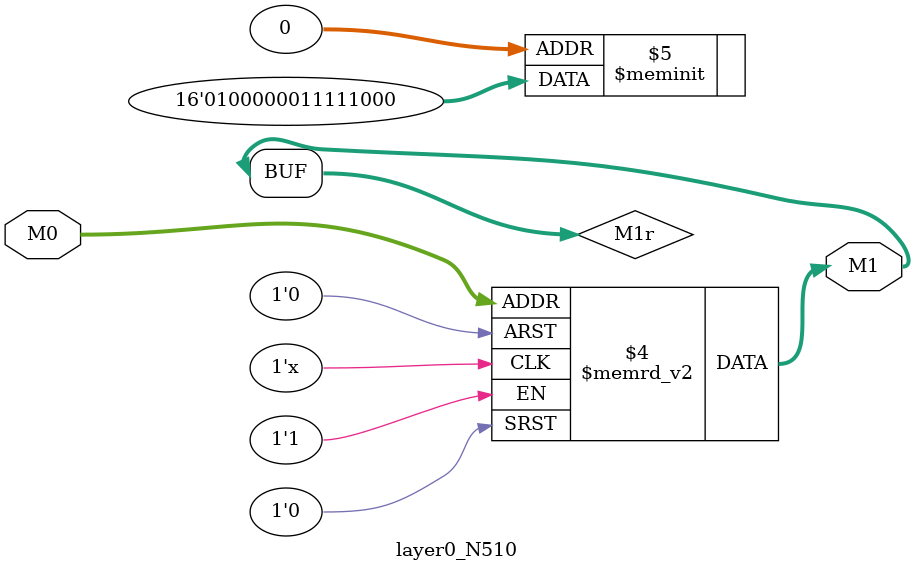
<source format=v>
module layer0_N510 ( input [2:0] M0, output [1:0] M1 );

	(*rom_style = "distributed" *) reg [1:0] M1r;
	assign M1 = M1r;
	always @ (M0) begin
		case (M0)
			3'b000: M1r = 2'b00;
			3'b100: M1r = 2'b00;
			3'b010: M1r = 2'b11;
			3'b110: M1r = 2'b00;
			3'b001: M1r = 2'b10;
			3'b101: M1r = 2'b00;
			3'b011: M1r = 2'b11;
			3'b111: M1r = 2'b01;

		endcase
	end
endmodule

</source>
